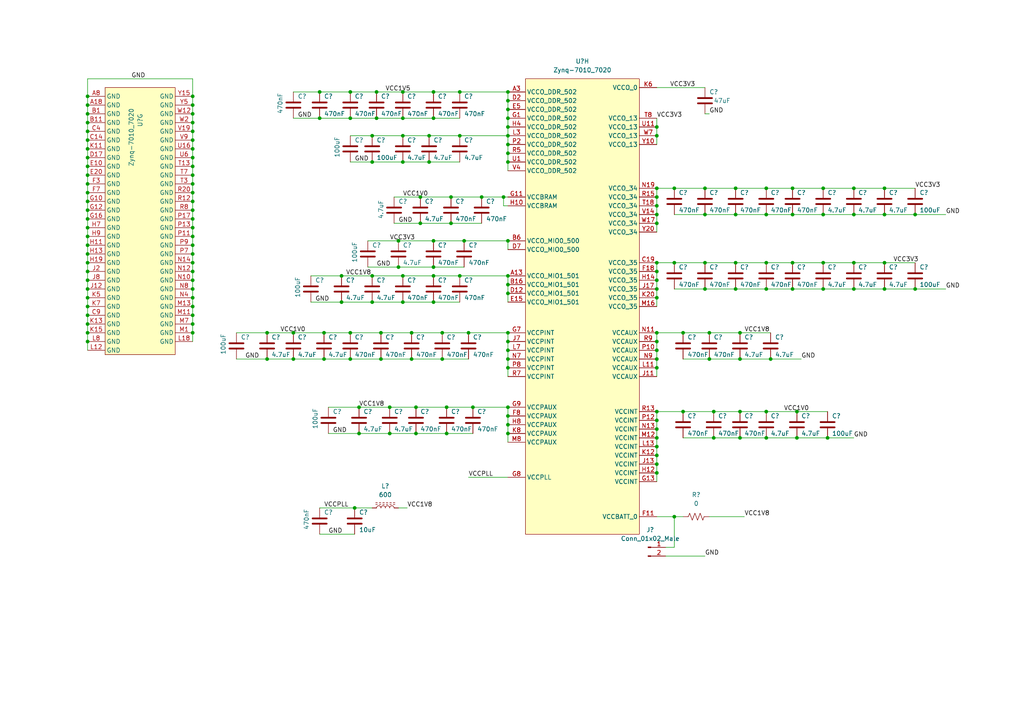
<source format=kicad_sch>
(kicad_sch (version 20211123) (generator eeschema)
  (paper "A4")
  (junction (at 25.4 48.26))
  (junction (at 190.5 134.62))
  (junction (at 25.4 50.8))
  (junction (at 55.88 71.12))
  (junction (at 147.32 120.65))
  (junction (at 190.5 119.38))
  (junction (at 120.65 125.73))
  (junction (at 198.12 119.38))
  (junction (at 238.76 83.82))
  (junction (at 147.32 101.6))
  (junction (at 55.88 50.8))
  (junction (at 190.5 76.2))
  (junction (at 25.4 78.74))
  (junction (at 265.43 83.82))
  (junction (at 147.32 82.55))
  (junction (at 85.09 96.52))
  (junction (at 147.32 36.83))
  (junction (at 222.25 54.61))
  (junction (at 213.36 76.2))
  (junction (at 25.4 30.48))
  (junction (at 25.4 96.52))
  (junction (at 204.47 54.61))
  (junction (at 190.5 104.14))
  (junction (at 85.09 104.14))
  (junction (at 190.5 106.68))
  (junction (at 222.25 119.38))
  (junction (at 190.5 127))
  (junction (at 190.5 137.16))
  (junction (at 55.88 63.5))
  (junction (at 240.03 127))
  (junction (at 147.32 41.91))
  (junction (at 101.6 26.67))
  (junction (at 190.5 78.74))
  (junction (at 55.88 58.42))
  (junction (at 25.4 91.44))
  (junction (at 190.5 57.15))
  (junction (at 147.32 106.68))
  (junction (at 125.73 80.01))
  (junction (at 147.32 29.21))
  (junction (at 147.32 26.67))
  (junction (at 129.54 125.73))
  (junction (at 147.32 99.06))
  (junction (at 190.5 54.61))
  (junction (at 110.49 96.52))
  (junction (at 214.63 127))
  (junction (at 205.74 104.14))
  (junction (at 195.58 76.2))
  (junction (at 133.35 39.37))
  (junction (at 198.12 96.52))
  (junction (at 125.73 34.29))
  (junction (at 133.35 80.01))
  (junction (at 121.92 64.77))
  (junction (at 146.05 57.15))
  (junction (at 104.14 118.11))
  (junction (at 109.22 34.29))
  (junction (at 147.32 31.75))
  (junction (at 135.89 96.52))
  (junction (at 204.47 76.2))
  (junction (at 77.47 96.52))
  (junction (at 207.01 127))
  (junction (at 238.76 76.2))
  (junction (at 190.5 99.06))
  (junction (at 147.32 123.19))
  (junction (at 190.5 96.52))
  (junction (at 55.88 88.9))
  (junction (at 128.27 96.52))
  (junction (at 116.84 26.67))
  (junction (at 129.54 118.11))
  (junction (at 25.4 58.42))
  (junction (at 121.92 57.15))
  (junction (at 238.76 62.23))
  (junction (at 222.25 83.82))
  (junction (at 124.46 39.37))
  (junction (at 133.35 26.67))
  (junction (at 104.14 125.73))
  (junction (at 55.88 78.74))
  (junction (at 93.98 104.14))
  (junction (at 222.25 127))
  (junction (at 125.73 26.67))
  (junction (at 231.14 127))
  (junction (at 190.5 39.37))
  (junction (at 25.4 38.1))
  (junction (at 147.32 125.73))
  (junction (at 116.84 34.29))
  (junction (at 247.65 54.61))
  (junction (at 55.88 38.1))
  (junction (at 101.6 104.14))
  (junction (at 107.95 39.37))
  (junction (at 116.84 87.63))
  (junction (at 147.32 85.09))
  (junction (at 55.88 60.96))
  (junction (at 101.6 96.52))
  (junction (at 265.43 62.23))
  (junction (at 190.5 121.92))
  (junction (at 190.5 36.83))
  (junction (at 119.38 96.52))
  (junction (at 55.88 93.98))
  (junction (at 190.5 86.36))
  (junction (at 134.62 69.85))
  (junction (at 55.88 43.18))
  (junction (at 190.5 83.82))
  (junction (at 190.5 132.08))
  (junction (at 231.14 119.38))
  (junction (at 229.87 83.82))
  (junction (at 55.88 76.2))
  (junction (at 229.87 54.61))
  (junction (at 229.87 76.2))
  (junction (at 25.4 73.66))
  (junction (at 116.84 39.37))
  (junction (at 25.4 60.96))
  (junction (at 125.73 87.63))
  (junction (at 113.03 118.11))
  (junction (at 247.65 62.23))
  (junction (at 25.4 45.72))
  (junction (at 120.65 118.11))
  (junction (at 147.32 39.37))
  (junction (at 116.84 46.99))
  (junction (at 55.88 40.64))
  (junction (at 55.88 96.52))
  (junction (at 55.88 33.02))
  (junction (at 207.01 119.38))
  (junction (at 147.32 118.11))
  (junction (at 25.4 40.64))
  (junction (at 25.4 53.34))
  (junction (at 55.88 48.26))
  (junction (at 147.32 46.99))
  (junction (at 25.4 63.5))
  (junction (at 25.4 93.98))
  (junction (at 205.74 96.52))
  (junction (at 213.36 83.82))
  (junction (at 25.4 55.88))
  (junction (at 55.88 27.94))
  (junction (at 25.4 43.18))
  (junction (at 229.87 62.23))
  (junction (at 213.36 62.23))
  (junction (at 190.5 124.46))
  (junction (at 55.88 68.58))
  (junction (at 25.4 99.06))
  (junction (at 124.46 46.99))
  (junction (at 25.4 86.36))
  (junction (at 190.5 59.69))
  (junction (at 107.95 80.01))
  (junction (at 25.4 83.82))
  (junction (at 222.25 76.2))
  (junction (at 115.57 69.85))
  (junction (at 190.5 64.77))
  (junction (at 102.87 147.32))
  (junction (at 101.6 34.29))
  (junction (at 115.57 77.47))
  (junction (at 55.88 55.88))
  (junction (at 55.88 30.48))
  (junction (at 55.88 83.82))
  (junction (at 147.32 69.85))
  (junction (at 55.88 45.72))
  (junction (at 55.88 81.28))
  (junction (at 92.71 34.29))
  (junction (at 190.5 81.28))
  (junction (at 147.32 104.14))
  (junction (at 190.5 129.54))
  (junction (at 147.32 80.01))
  (junction (at 130.81 57.15))
  (junction (at 93.98 96.52))
  (junction (at 113.03 125.73))
  (junction (at 25.4 27.94))
  (junction (at 190.5 62.23))
  (junction (at 147.32 34.29))
  (junction (at 214.63 96.52))
  (junction (at 55.88 91.44))
  (junction (at 214.63 119.38))
  (junction (at 25.4 71.12))
  (junction (at 25.4 81.28))
  (junction (at 147.32 44.45))
  (junction (at 99.06 80.01))
  (junction (at 137.16 118.11))
  (junction (at 147.32 96.52))
  (junction (at 109.22 26.67))
  (junction (at 256.54 62.23))
  (junction (at 55.88 53.34))
  (junction (at 107.95 87.63))
  (junction (at 25.4 68.58))
  (junction (at 139.7 57.15))
  (junction (at 25.4 76.2))
  (junction (at 195.58 54.61))
  (junction (at 190.5 101.6))
  (junction (at 256.54 54.61))
  (junction (at 55.88 73.66))
  (junction (at 77.47 104.14))
  (junction (at 238.76 54.61))
  (junction (at 223.52 104.14))
  (junction (at 25.4 33.02))
  (junction (at 195.58 149.86))
  (junction (at 55.88 35.56))
  (junction (at 119.38 104.14))
  (junction (at 247.65 76.2))
  (junction (at 256.54 76.2))
  (junction (at 25.4 35.56))
  (junction (at 256.54 83.82))
  (junction (at 247.65 83.82))
  (junction (at 55.88 86.36))
  (junction (at 125.73 69.85))
  (junction (at 204.47 83.82))
  (junction (at 107.95 46.99))
  (junction (at 213.36 54.61))
  (junction (at 99.06 87.63))
  (junction (at 25.4 88.9))
  (junction (at 214.63 104.14))
  (junction (at 55.88 66.04))
  (junction (at 25.4 66.04))
  (junction (at 92.71 26.67))
  (junction (at 130.81 64.77))
  (junction (at 110.49 104.14))
  (junction (at 116.84 80.01))
  (junction (at 125.73 77.47))
  (junction (at 204.47 62.23))
  (junction (at 222.25 62.23))
  (junction (at 128.27 104.14))
  (wire (pts (xy 55.88 50.8) (xy 55.88 53.34)))
  (wire (pts (xy 55.88 76.2) (xy 55.88 78.74)))
  (wire (pts (xy 190.5 149.86) (xy 195.58 149.86)))
  (wire (pts (xy 93.98 96.52) (xy 101.6 96.52)))
  (wire (pts (xy 190.5 62.23) (xy 190.5 64.77)))
  (wire (pts (xy 146.05 59.69) (xy 146.05 57.15)))
  (wire (pts (xy 25.4 60.96) (xy 25.4 63.5)))
  (wire (pts (xy 204.47 83.82) (xy 213.36 83.82)))
  (wire (pts (xy 120.65 118.11) (xy 129.54 118.11)))
  (wire (pts (xy 125.73 69.85) (xy 134.62 69.85)))
  (wire (pts (xy 119.38 104.14) (xy 128.27 104.14)))
  (wire (pts (xy 214.63 96.52) (xy 223.52 96.52)))
  (wire (pts (xy 238.76 54.61) (xy 247.65 54.61)))
  (wire (pts (xy 190.5 96.52) (xy 198.12 96.52)))
  (wire (pts (xy 110.49 104.14) (xy 119.38 104.14)))
  (wire (pts (xy 256.54 83.82) (xy 265.43 83.82)))
  (wire (pts (xy 213.36 54.61) (xy 222.25 54.61)))
  (wire (pts (xy 190.5 54.61) (xy 195.58 54.61)))
  (wire (pts (xy 125.73 80.01) (xy 133.35 80.01)))
  (wire (pts (xy 229.87 83.82) (xy 238.76 83.82)))
  (wire (pts (xy 90.17 87.63) (xy 99.06 87.63)))
  (wire (pts (xy 107.95 87.63) (xy 116.84 87.63)))
  (wire (pts (xy 190.5 124.46) (xy 190.5 127)))
  (wire (pts (xy 85.09 26.67) (xy 92.71 26.67)))
  (wire (pts (xy 85.09 34.29) (xy 92.71 34.29)))
  (wire (pts (xy 115.57 77.47) (xy 125.73 77.47)))
  (wire (pts (xy 139.7 57.15) (xy 146.05 57.15)))
  (wire (pts (xy 25.4 58.42) (xy 25.4 60.96)))
  (wire (pts (xy 229.87 62.23) (xy 238.76 62.23)))
  (wire (pts (xy 55.88 22.86) (xy 25.4 22.86)))
  (wire (pts (xy 130.81 64.77) (xy 139.7 64.77)))
  (wire (pts (xy 238.76 83.82) (xy 247.65 83.82)))
  (wire (pts (xy 190.5 101.6) (xy 190.5 104.14)))
  (wire (pts (xy 238.76 76.2) (xy 247.65 76.2)))
  (wire (pts (xy 147.32 128.27) (xy 147.32 125.73)))
  (wire (pts (xy 147.32 26.67) (xy 147.32 29.21)))
  (wire (pts (xy 55.88 53.34) (xy 55.88 55.88)))
  (wire (pts (xy 190.5 39.37) (xy 190.5 41.91)))
  (wire (pts (xy 55.88 33.02) (xy 55.88 35.56)))
  (wire (pts (xy 265.43 83.82) (xy 274.32 83.82)))
  (wire (pts (xy 85.09 96.52) (xy 93.98 96.52)))
  (wire (pts (xy 55.88 68.58) (xy 55.88 71.12)))
  (wire (pts (xy 147.32 85.09) (xy 147.32 87.63)))
  (wire (pts (xy 121.92 64.77) (xy 130.81 64.77)))
  (wire (pts (xy 147.32 69.85) (xy 147.32 72.39)))
  (wire (pts (xy 121.92 57.15) (xy 130.81 57.15)))
  (wire (pts (xy 195.58 149.86) (xy 198.12 149.86)))
  (wire (pts (xy 113.03 118.11) (xy 120.65 118.11)))
  (wire (pts (xy 55.88 22.86) (xy 55.88 27.94)))
  (wire (pts (xy 190.5 36.83) (xy 190.5 39.37)))
  (wire (pts (xy 198.12 127) (xy 207.01 127)))
  (wire (pts (xy 256.54 54.61) (xy 265.43 54.61)))
  (wire (pts (xy 222.25 119.38) (xy 231.14 119.38)))
  (wire (pts (xy 128.27 104.14) (xy 135.89 104.14)))
  (wire (pts (xy 205.74 149.86) (xy 215.9 149.86)))
  (wire (pts (xy 190.5 54.61) (xy 190.5 57.15)))
  (wire (pts (xy 25.4 33.02) (xy 25.4 35.56)))
  (wire (pts (xy 95.25 118.11) (xy 104.14 118.11)))
  (wire (pts (xy 129.54 125.73) (xy 137.16 125.73)))
  (wire (pts (xy 193.04 158.75) (xy 195.58 158.75)))
  (wire (pts (xy 256.54 62.23) (xy 265.43 62.23)))
  (wire (pts (xy 120.65 125.73) (xy 129.54 125.73)))
  (wire (pts (xy 99.06 80.01) (xy 107.95 80.01)))
  (wire (pts (xy 101.6 39.37) (xy 107.95 39.37)))
  (wire (pts (xy 55.88 96.52) (xy 55.88 99.06)))
  (wire (pts (xy 55.88 35.56) (xy 55.88 38.1)))
  (wire (pts (xy 114.3 57.15) (xy 121.92 57.15)))
  (wire (pts (xy 147.32 31.75) (xy 147.32 34.29)))
  (wire (pts (xy 25.4 53.34) (xy 25.4 55.88)))
  (wire (pts (xy 25.4 88.9) (xy 25.4 91.44)))
  (wire (pts (xy 125.73 26.67) (xy 133.35 26.67)))
  (wire (pts (xy 95.25 125.73) (xy 104.14 125.73)))
  (wire (pts (xy 25.4 50.8) (xy 25.4 53.34)))
  (wire (pts (xy 25.4 99.06) (xy 25.4 101.6)))
  (wire (pts (xy 107.95 39.37) (xy 116.84 39.37)))
  (wire (pts (xy 25.4 93.98) (xy 25.4 96.52)))
  (wire (pts (xy 190.5 96.52) (xy 190.5 99.06)))
  (wire (pts (xy 25.4 40.64) (xy 25.4 43.18)))
  (wire (pts (xy 147.32 80.01) (xy 147.32 82.55)))
  (wire (pts (xy 114.3 64.77) (xy 121.92 64.77)))
  (wire (pts (xy 137.16 118.11) (xy 147.32 118.11)))
  (wire (pts (xy 238.76 62.23) (xy 247.65 62.23)))
  (wire (pts (xy 205.74 96.52) (xy 214.63 96.52)))
  (wire (pts (xy 55.88 27.94) (xy 55.88 30.48)))
  (wire (pts (xy 25.4 63.5) (xy 25.4 66.04)))
  (wire (pts (xy 92.71 147.32) (xy 102.87 147.32)))
  (wire (pts (xy 247.65 83.82) (xy 256.54 83.82)))
  (wire (pts (xy 25.4 38.1) (xy 25.4 40.64)))
  (wire (pts (xy 265.43 62.23) (xy 274.32 62.23)))
  (wire (pts (xy 25.4 71.12) (xy 25.4 73.66)))
  (wire (pts (xy 25.4 55.88) (xy 25.4 58.42)))
  (wire (pts (xy 25.4 35.56) (xy 25.4 38.1)))
  (wire (pts (xy 147.32 99.06) (xy 147.32 101.6)))
  (wire (pts (xy 231.14 119.38) (xy 240.03 119.38)))
  (wire (pts (xy 190.5 132.08) (xy 190.5 134.62)))
  (wire (pts (xy 55.88 45.72) (xy 55.88 48.26)))
  (wire (pts (xy 55.88 88.9) (xy 55.88 91.44)))
  (wire (pts (xy 25.4 48.26) (xy 25.4 50.8)))
  (wire (pts (xy 55.88 55.88) (xy 55.88 58.42)))
  (wire (pts (xy 25.4 96.52) (xy 25.4 99.06)))
  (wire (pts (xy 214.63 104.14) (xy 223.52 104.14)))
  (wire (pts (xy 190.5 121.92) (xy 190.5 124.46)))
  (wire (pts (xy 190.5 64.77) (xy 190.5 67.31)))
  (wire (pts (xy 102.87 147.32) (xy 107.95 147.32)))
  (wire (pts (xy 124.46 46.99) (xy 133.35 46.99)))
  (wire (pts (xy 147.32 82.55) (xy 147.32 85.09)))
  (wire (pts (xy 116.84 87.63) (xy 125.73 87.63)))
  (wire (pts (xy 25.4 27.94) (xy 25.4 30.48)))
  (wire (pts (xy 55.88 43.18) (xy 55.88 45.72)))
  (wire (pts (xy 25.4 66.04) (xy 25.4 68.58)))
  (wire (pts (xy 147.32 46.99) (xy 147.32 49.53)))
  (wire (pts (xy 190.5 99.06) (xy 190.5 101.6)))
  (wire (pts (xy 130.81 57.15) (xy 139.7 57.15)))
  (wire (pts (xy 93.98 104.14) (xy 101.6 104.14)))
  (wire (pts (xy 205.74 33.02) (xy 204.47 33.02)))
  (wire (pts (xy 222.25 62.23) (xy 229.87 62.23)))
  (wire (pts (xy 77.47 96.52) (xy 85.09 96.52)))
  (wire (pts (xy 25.4 86.36) (xy 25.4 88.9)))
  (wire (pts (xy 195.58 76.2) (xy 204.47 76.2)))
  (wire (pts (xy 92.71 34.29) (xy 101.6 34.29)))
  (wire (pts (xy 247.65 54.61) (xy 256.54 54.61)))
  (wire (pts (xy 147.32 120.65) (xy 147.32 118.11)))
  (wire (pts (xy 25.4 22.86) (xy 25.4 27.94)))
  (wire (pts (xy 205.74 104.14) (xy 214.63 104.14)))
  (wire (pts (xy 55.88 60.96) (xy 55.88 63.5)))
  (wire (pts (xy 55.88 78.74) (xy 55.88 81.28)))
  (wire (pts (xy 147.32 106.68) (xy 147.32 109.22)))
  (wire (pts (xy 195.58 62.23) (xy 204.47 62.23)))
  (wire (pts (xy 110.49 96.52) (xy 119.38 96.52)))
  (wire (pts (xy 109.22 26.67) (xy 116.84 26.67)))
  (wire (pts (xy 68.58 104.14) (xy 77.47 104.14)))
  (wire (pts (xy 99.06 87.63) (xy 107.95 87.63)))
  (wire (pts (xy 190.5 81.28) (xy 190.5 78.74)))
  (wire (pts (xy 204.47 62.23) (xy 213.36 62.23)))
  (wire (pts (xy 115.57 69.85) (xy 125.73 69.85)))
  (wire (pts (xy 137.16 118.11) (xy 129.54 118.11)))
  (wire (pts (xy 190.5 104.14) (xy 190.5 106.68)))
  (wire (pts (xy 109.22 34.29) (xy 116.84 34.29)))
  (wire (pts (xy 68.58 96.52) (xy 77.47 96.52)))
  (wire (pts (xy 92.71 154.94) (xy 102.87 154.94)))
  (wire (pts (xy 198.12 96.52) (xy 205.74 96.52)))
  (wire (pts (xy 101.6 46.99) (xy 107.95 46.99)))
  (wire (pts (xy 190.5 59.69) (xy 190.5 62.23)))
  (wire (pts (xy 55.88 63.5) (xy 55.88 66.04)))
  (wire (pts (xy 25.4 45.72) (xy 25.4 48.26)))
  (wire (pts (xy 55.88 66.04) (xy 55.88 68.58)))
  (wire (pts (xy 116.84 46.99) (xy 124.46 46.99)))
  (wire (pts (xy 55.88 58.42) (xy 55.88 60.96)))
  (wire (pts (xy 55.88 86.36) (xy 55.88 88.9)))
  (wire (pts (xy 146.05 57.15) (xy 147.32 57.15)))
  (wire (pts (xy 25.4 76.2) (xy 25.4 78.74)))
  (wire (pts (xy 190.5 134.62) (xy 190.5 137.16)))
  (wire (pts (xy 190.5 86.36) (xy 190.5 83.82)))
  (wire (pts (xy 25.4 78.74) (xy 25.4 81.28)))
  (wire (pts (xy 107.95 80.01) (xy 116.84 80.01)))
  (wire (pts (xy 229.87 54.61) (xy 238.76 54.61)))
  (wire (pts (xy 101.6 34.29) (xy 109.22 34.29)))
  (wire (pts (xy 147.32 123.19) (xy 147.32 125.73)))
  (wire (pts (xy 133.35 80.01) (xy 147.32 80.01)))
  (wire (pts (xy 115.57 147.32) (xy 118.11 147.32)))
  (wire (pts (xy 77.47 104.14) (xy 85.09 104.14)))
  (wire (pts (xy 101.6 26.67) (xy 109.22 26.67)))
  (wire (pts (xy 113.03 125.73) (xy 120.65 125.73)))
  (wire (pts (xy 190.5 127) (xy 190.5 129.54)))
  (wire (pts (xy 25.4 83.82) (xy 25.4 86.36)))
  (wire (pts (xy 147.32 96.52) (xy 147.32 99.06)))
  (wire (pts (xy 147.32 36.83) (xy 147.32 39.37)))
  (wire (pts (xy 190.5 25.4) (xy 204.47 25.4)))
  (wire (pts (xy 92.71 26.67) (xy 101.6 26.67)))
  (wire (pts (xy 135.89 96.52) (xy 147.32 96.52)))
  (wire (pts (xy 25.4 68.58) (xy 25.4 71.12)))
  (wire (pts (xy 25.4 30.48) (xy 25.4 33.02)))
  (wire (pts (xy 190.5 83.82) (xy 190.5 81.28)))
  (wire (pts (xy 222.25 76.2) (xy 229.87 76.2)))
  (wire (pts (xy 222.25 54.61) (xy 229.87 54.61)))
  (wire (pts (xy 247.65 127) (xy 240.03 127)))
  (wire (pts (xy 116.84 39.37) (xy 124.46 39.37)))
  (wire (pts (xy 25.4 91.44) (xy 25.4 93.98)))
  (wire (pts (xy 204.47 76.2) (xy 213.36 76.2)))
  (wire (pts (xy 55.88 48.26) (xy 55.88 50.8)))
  (wire (pts (xy 55.88 71.12) (xy 55.88 73.66)))
  (wire (pts (xy 55.88 30.48) (xy 55.88 33.02)))
  (wire (pts (xy 190.5 34.29) (xy 190.5 36.83)))
  (wire (pts (xy 214.63 127) (xy 222.25 127)))
  (wire (pts (xy 55.88 93.98) (xy 55.88 96.52)))
  (wire (pts (xy 195.58 158.75) (xy 195.58 149.86)))
  (wire (pts (xy 147.32 59.69) (xy 146.05 59.69)))
  (wire (pts (xy 190.5 57.15) (xy 190.5 59.69)))
  (wire (pts (xy 190.5 76.2) (xy 195.58 76.2)))
  (wire (pts (xy 101.6 96.52) (xy 110.49 96.52)))
  (wire (pts (xy 198.12 119.38) (xy 207.01 119.38)))
  (wire (pts (xy 147.32 44.45) (xy 147.32 46.99)))
  (wire (pts (xy 55.88 40.64) (xy 55.88 43.18)))
  (wire (pts (xy 222.25 127) (xy 231.14 127)))
  (wire (pts (xy 107.95 46.99) (xy 116.84 46.99)))
  (wire (pts (xy 25.4 81.28) (xy 25.4 83.82)))
  (wire (pts (xy 85.09 104.14) (xy 93.98 104.14)))
  (wire (pts (xy 190.5 129.54) (xy 190.5 132.08)))
  (wire (pts (xy 147.32 39.37) (xy 147.32 41.91)))
  (wire (pts (xy 116.84 26.67) (xy 125.73 26.67)))
  (wire (pts (xy 135.89 138.43) (xy 147.32 138.43)))
  (wire (pts (xy 133.35 39.37) (xy 147.32 39.37)))
  (wire (pts (xy 198.12 104.14) (xy 205.74 104.14)))
  (wire (pts (xy 125.73 34.29) (xy 133.35 34.29)))
  (wire (pts (xy 229.87 76.2) (xy 238.76 76.2)))
  (wire (pts (xy 147.32 104.14) (xy 147.32 106.68)))
  (wire (pts (xy 247.65 76.2) (xy 256.54 76.2)))
  (wire (pts (xy 213.36 62.23) (xy 222.25 62.23)))
  (wire (pts (xy 147.32 29.21) (xy 147.32 31.75)))
  (wire (pts (xy 101.6 104.14) (xy 110.49 104.14)))
  (wire (pts (xy 90.17 80.01) (xy 99.06 80.01)))
  (wire (pts (xy 25.4 73.66) (xy 25.4 76.2)))
  (wire (pts (xy 133.35 26.67) (xy 147.32 26.67)))
  (wire (pts (xy 55.88 73.66) (xy 55.88 76.2)))
  (wire (pts (xy 134.62 69.85) (xy 147.32 69.85)))
  (wire (pts (xy 147.32 123.19) (xy 147.32 120.65)))
  (wire (pts (xy 207.01 127) (xy 214.63 127)))
  (wire (pts (xy 119.38 96.52) (xy 128.27 96.52)))
  (wire (pts (xy 256.54 76.2) (xy 265.43 76.2)))
  (wire (pts (xy 214.63 119.38) (xy 222.25 119.38)))
  (wire (pts (xy 190.5 119.38) (xy 190.5 121.92)))
  (wire (pts (xy 55.88 91.44) (xy 55.88 93.98)))
  (wire (pts (xy 106.68 69.85) (xy 115.57 69.85)))
  (wire (pts (xy 55.88 83.82) (xy 55.88 86.36)))
  (wire (pts (xy 25.4 43.18) (xy 25.4 45.72)))
  (wire (pts (xy 104.14 118.11) (xy 113.03 118.11)))
  (wire (pts (xy 116.84 80.01) (xy 125.73 80.01)))
  (wire (pts (xy 247.65 62.23) (xy 256.54 62.23)))
  (wire (pts (xy 190.5 106.68) (xy 190.5 109.22)))
  (wire (pts (xy 193.04 161.29) (xy 204.47 161.29)))
  (wire (pts (xy 116.84 34.29) (xy 125.73 34.29)))
  (wire (pts (xy 213.36 83.82) (xy 222.25 83.82)))
  (wire (pts (xy 124.46 39.37) (xy 133.35 39.37)))
  (wire (pts (xy 213.36 76.2) (xy 222.25 76.2)))
  (wire (pts (xy 104.14 125.73) (xy 113.03 125.73)))
  (wire (pts (xy 207.01 119.38) (xy 214.63 119.38)))
  (wire (pts (xy 190.5 78.74) (xy 190.5 76.2)))
  (wire (pts (xy 223.52 104.14) (xy 232.41 104.14)))
  (wire (pts (xy 125.73 87.63) (xy 133.35 87.63)))
  (wire (pts (xy 190.5 119.38) (xy 198.12 119.38)))
  (wire (pts (xy 55.88 81.28) (xy 55.88 83.82)))
  (wire (pts (xy 195.58 54.61) (xy 204.47 54.61)))
  (wire (pts (xy 190.5 88.9) (xy 190.5 86.36)))
  (wire (pts (xy 231.14 127) (xy 240.03 127)))
  (wire (pts (xy 128.27 96.52) (xy 135.89 96.52)))
  (wire (pts (xy 147.32 101.6) (xy 147.32 104.14)))
  (wire (pts (xy 125.73 77.47) (xy 134.62 77.47)))
  (wire (pts (xy 147.32 41.91) (xy 147.32 44.45)))
  (wire (pts (xy 204.47 54.61) (xy 213.36 54.61)))
  (wire (pts (xy 55.88 38.1) (xy 55.88 40.64)))
  (wire (pts (xy 195.58 83.82) (xy 204.47 83.82)))
  (wire (pts (xy 222.25 83.82) (xy 229.87 83.82)))
  (wire (pts (xy 147.32 34.29) (xy 147.32 36.83)))
  (wire (pts (xy 106.68 77.47) (xy 115.57 77.47)))
  (wire (pts (xy 190.5 137.16) (xy 190.5 139.7)))
  (label "VCC3V3" (at 265.43 54.61 0))
  (label "GND" (at 204.47 161.29 0))
  (label "VCC1V8" (at 100.33 80.01 0))
  (label "GND" (at 247.65 127 0))
  (label "VCC3V3" (at 113.03 69.85 0))
  (label "GND" (at 38.1 22.86 0))
  (label "VCC1V8" (at 215.9 96.52 0))
  (label "GND" (at 205.74 33.02 0))
  (label "GND" (at 274.32 62.23 0))
  (label "VCC1V5" (at 111.76 26.67 0))
  (label "VCC1V0" (at 116.84 57.15 0))
  (label "VCC1V8" (at 104.14 118.11 0))
  (label "GND" (at 102.87 46.99 0))
  (label "GND" (at 232.41 104.14 0))
  (label "VCC1V0" (at 81.28 96.52 0))
  (label "GND" (at 96.52 125.73 0))
  (label "VCC1V8" (at 215.9 149.86 0))
  (label "GND" (at 91.44 87.63 0))
  (label "VCC1V0" (at 227.33 119.38 0))
  (label "VCCPLL" (at 93.98 147.32 0))
  (label "GND" (at 86.36 34.29 0))
  (label "GND" (at 71.12 104.14 0))
  (label "GND" (at 95.25 154.94 0))
  (label "VCC3V3" (at 194.31 25.4 0))
  (label "GND" (at 115.57 64.77 0))
  (label "VCC3V3" (at 190.5 34.29 0))
  (label "GND" (at 109.22 77.47 0))
  (label "GND" (at 274.32 83.82 0))
  (label "VCC3V3" (at 259.08 76.2 0))
  (label "VCC1V8" (at 118.11 147.32 0))
  (label "VCCPLL" (at 135.89 138.43 0))
  (symbol (lib_id "Device:C") (at 133.35 30.48 0) (unit 1)
    (property "Reference" "C?" (at 134.62 27.94 0) (effects (justify left)))
    (property "Value" "470nF" (at 134.62 33.02 0) (effects (justify left)))
  )
  (symbol (lib_id "Device:C") (at 109.22 30.48 0) (unit 1)
    (property "Reference" "C?" (at 110.49 27.94 0) (effects (justify left)))
    (property "Value" "470nF" (at 110.49 33.02 0) (effects (justify left)))
  )
  (symbol (lib_id "Device:C") (at 120.65 121.92 0) (unit 1)
    (property "Reference" "C?" (at 121.92 119.38 0) (effects (justify left)))
    (property "Value" "470nF" (at 121.92 124.46 0) (effects (justify left)))
  )
  (symbol (lib_id "Device:C") (at 229.87 80.01 0) (unit 1)
    (property "Reference" "C?" (at 231.14 77.47 0) (effects (justify left)))
    (property "Value" "470nF" (at 231.14 82.55 0) (effects (justify left)))
  )
  (symbol (lib_id "Device:C") (at 110.49 100.33 0) (unit 1)
    (property "Reference" "C?" (at 111.76 97.79 0) (effects (justify left)))
    (property "Value" "470nF" (at 111.76 102.87 0) (effects (justify left)))
  )
  (symbol (lib_id "Device:C") (at 104.14 121.92 0) (unit 1)
    (property "Reference" "C?" (at 105.41 119.38 0) (effects (justify left)))
    (property "Value" "4.7uF" (at 105.41 124.46 0) (effects (justify left)))
  )
  (symbol (lib_id "Device:C") (at 137.16 121.92 0) (unit 1)
    (property "Reference" "C?" (at 138.43 119.38 0) (effects (justify left)))
    (property "Value" "470nF" (at 138.43 124.46 0) (effects (justify left)))
  )
  (symbol (lib_id "Device:C") (at 68.58 100.33 0) (unit 1)
    (property "Reference" "C?" (at 69.85 97.79 0) (effects (justify left)))
    (property "Value" "100uF" (at 64.77 102.87 90) (effects (justify left)))
  )
  (symbol (lib_id "Device:C") (at 229.87 58.42 0) (unit 1)
    (property "Reference" "C?" (at 231.14 55.88 0) (effects (justify left)))
    (property "Value" "470nF" (at 231.14 60.96 0) (effects (justify left)))
  )
  (symbol (lib_id "Connector:Conn_01x02_Male") (at 187.96 158.75 0) (unit 1)
    (property "Reference" "J?" (at 188.595 153.67 0))
    (property "Value" "Conn_01x02_Male" (at 188.595 156.21 0))
  )
  (symbol (lib_id "Device:C") (at 121.92 60.96 0) (unit 1)
    (property "Reference" "C?" (at 123.19 58.42 0) (effects (justify left)))
    (property "Value" "4.7uF" (at 123.19 63.5 0) (effects (justify left)))
  )
  (symbol (lib_id "Device:C") (at 204.47 80.01 0) (unit 1)
    (property "Reference" "C?" (at 205.74 77.47 0) (effects (justify left)))
    (property "Value" "470nF" (at 205.74 82.55 0) (effects (justify left)))
  )
  (symbol (lib_id "Device:C") (at 265.43 58.42 0) (unit 1)
    (property "Reference" "C?" (at 266.7 55.88 0) (effects (justify left)))
    (property "Value" "100uF" (at 266.7 60.96 0) (effects (justify left)))
  )
  (symbol (lib_id "Device:C") (at 129.54 121.92 0) (unit 1)
    (property "Reference" "C?" (at 130.81 119.38 0) (effects (justify left)))
    (property "Value" "470nF" (at 130.81 124.46 0) (effects (justify left)))
  )
  (symbol (lib_id "Zynq7000:Zynq-7010_7020") (at 166.37 20.32 0) (unit 8)
    (property "Reference" "U?" (at 168.91 17.78 0))
    (property "Value" "Zynq-7010_7020" (at 168.91 20.32 0))
  )
  (symbol (lib_id "Device:C") (at 124.46 43.18 0) (unit 1)
    (property "Reference" "C?" (at 125.73 40.64 0) (effects (justify left)))
    (property "Value" "4.7uF" (at 125.73 45.72 0) (effects (justify left)))
  )
  (symbol (lib_id "Device:C") (at 95.25 121.92 0) (unit 1)
    (property "Reference" "C?" (at 96.52 119.38 0) (effects (justify left)))
    (property "Value" "100uF" (at 91.44 124.46 90) (effects (justify left)))
  )
  (symbol (lib_id "Device:C") (at 204.47 29.21 0) (unit 1)
    (property "Reference" "C?" (at 205.74 26.67 0) (effects (justify left)))
    (property "Value" "47uF" (at 207.01 29.21 0) (effects (justify left)))
  )
  (symbol (lib_id "Device:C") (at 240.03 123.19 0) (unit 1)
    (property "Reference" "C?" (at 241.3 120.65 0) (effects (justify left)))
    (property "Value" "100uF" (at 241.3 125.73 0) (effects (justify left)))
  )
  (symbol (lib_id "Device:C") (at 85.09 30.48 0) (unit 1)
    (property "Reference" "C?" (at 86.36 27.94 0) (effects (justify left)))
    (property "Value" "470nF" (at 81.28 33.02 90) (effects (justify left)))
  )
  (symbol (lib_id "Device:C") (at 265.43 80.01 0) (unit 1)
    (property "Reference" "C?" (at 266.7 77.47 0) (effects (justify left)))
    (property "Value" "100uF" (at 266.7 82.55 0) (effects (justify left)))
  )
  (symbol (lib_id "Device:C") (at 133.35 83.82 0) (unit 1)
    (property "Reference" "C?" (at 134.62 81.28 0) (effects (justify left)))
    (property "Value" "470nF" (at 134.62 86.36 0) (effects (justify left)))
  )
  (symbol (lib_id "Device:C") (at 125.73 83.82 0) (unit 1)
    (property "Reference" "C?" (at 127 81.28 0) (effects (justify left)))
    (property "Value" "470nF" (at 127 86.36 0) (effects (justify left)))
  )
  (symbol (lib_id "Device:C") (at 93.98 100.33 0) (unit 1)
    (property "Reference" "C?" (at 95.25 97.79 0) (effects (justify left)))
    (property "Value" "4.7uF" (at 95.25 102.87 0) (effects (justify left)))
  )
  (symbol (lib_id "Device:C") (at 119.38 100.33 0) (unit 1)
    (property "Reference" "C?" (at 120.65 97.79 0) (effects (justify left)))
    (property "Value" "470nF" (at 120.65 102.87 0) (effects (justify left)))
  )
  (symbol (lib_id "Device:C") (at 231.14 123.19 0) (unit 1)
    (property "Reference" "C?" (at 232.41 120.65 0) (effects (justify left)))
    (property "Value" "4.7uF" (at 232.41 125.73 0) (effects (justify left)))
  )
  (symbol (lib_id "Device:C") (at 107.95 43.18 0) (unit 1)
    (property "Reference" "C?" (at 109.22 40.64 0) (effects (justify left)))
    (property "Value" "100uF" (at 109.22 45.72 0) (effects (justify left)))
  )
  (symbol (lib_id "Device:C") (at 204.47 58.42 0) (unit 1)
    (property "Reference" "C?" (at 205.74 55.88 0) (effects (justify left)))
    (property "Value" "470nF" (at 205.74 60.96 0) (effects (justify left)))
  )
  (symbol (lib_id "Device:C") (at 195.58 58.42 0) (unit 1)
    (property "Reference" "C?" (at 196.85 55.88 0) (effects (justify left)))
    (property "Value" "470nF" (at 196.85 60.96 0) (effects (justify left)))
  )
  (symbol (lib_id "Device:C") (at 207.01 123.19 0) (unit 1)
    (property "Reference" "C?" (at 208.28 120.65 0) (effects (justify left)))
    (property "Value" "470nF" (at 208.28 125.73 0) (effects (justify left)))
  )
  (symbol (lib_id "Device:C") (at 125.73 30.48 0) (unit 1)
    (property "Reference" "C?" (at 127 27.94 0) (effects (justify left)))
    (property "Value" "470nF" (at 127 33.02 0) (effects (justify left)))
  )
  (symbol (lib_id "Device:C") (at 213.36 58.42 0) (unit 1)
    (property "Reference" "C?" (at 214.63 55.88 0) (effects (justify left)))
    (property "Value" "470nF" (at 214.63 60.96 0) (effects (justify left)))
  )
  (symbol (lib_id "Device:C") (at 99.06 83.82 0) (unit 1)
    (property "Reference" "C?" (at 100.33 81.28 0) (effects (justify left)))
    (property "Value" "4.7uF" (at 100.33 86.36 0) (effects (justify left)))
  )
  (symbol (lib_id "Device:C") (at 238.76 80.01 0) (unit 1)
    (property "Reference" "C?" (at 240.03 77.47 0) (effects (justify left)))
    (property "Value" "4.7uF" (at 240.03 82.55 0) (effects (justify left)))
  )
  (symbol (lib_id "Device:C") (at 113.03 121.92 0) (unit 1)
    (property "Reference" "C?" (at 114.3 119.38 0) (effects (justify left)))
    (property "Value" "4.7uF" (at 114.3 124.46 0) (effects (justify left)))
  )
  (symbol (lib_id "Device:C") (at 101.6 30.48 0) (unit 1)
    (property "Reference" "C?" (at 102.87 27.94 0) (effects (justify left)))
    (property "Value" "470nF" (at 102.87 33.02 0) (effects (justify left)))
  )
  (symbol (lib_id "Device:C") (at 133.35 43.18 0) (unit 1)
    (property "Reference" "C?" (at 134.62 40.64 0) (effects (justify left)))
    (property "Value" "4.7uF" (at 134.62 45.72 0) (effects (justify left)))
  )
  (symbol (lib_id "Device:C") (at 102.87 151.13 0) (unit 1)
    (property "Reference" "C?" (at 104.14 148.59 0) (effects (justify left)))
    (property "Value" "10uF" (at 104.14 153.67 0) (effects (justify left)))
  )
  (symbol (lib_id "Device:C") (at 213.36 80.01 0) (unit 1)
    (property "Reference" "C?" (at 214.63 77.47 0) (effects (justify left)))
    (property "Value" "470nF" (at 214.63 82.55 0) (effects (justify left)))
  )
  (symbol (lib_id "Device:C") (at 222.25 80.01 0) (unit 1)
    (property "Reference" "C?" (at 223.52 77.47 0) (effects (justify left)))
    (property "Value" "470nF" (at 223.52 82.55 0) (effects (justify left)))
  )
  (symbol (lib_id "Device:C") (at 77.47 100.33 0) (unit 1)
    (property "Reference" "C?" (at 78.74 97.79 0) (effects (justify left)))
    (property "Value" "4.7uF" (at 78.74 102.87 0) (effects (justify left)))
  )
  (symbol (lib_id "Device:C") (at 205.74 100.33 0) (unit 1)
    (property "Reference" "C?" (at 207.01 97.79 0) (effects (justify left)))
    (property "Value" "470nF" (at 207.01 102.87 0) (effects (justify left)))
  )
  (symbol (lib_id "Device:C") (at 92.71 151.13 0) (unit 1)
    (property "Reference" "C?" (at 93.98 148.59 0) (effects (justify left)))
    (property "Value" "470nF" (at 88.9 153.67 90) (effects (justify left)))
  )
  (symbol (lib_id "Device:C") (at 107.95 83.82 0) (unit 1)
    (property "Reference" "C?" (at 109.22 81.28 0) (effects (justify left)))
    (property "Value" "4.7uF" (at 109.22 86.36 0) (effects (justify left)))
  )
  (symbol (lib_id "Zynq7000:Zynq-7010_7020") (at 39.37 22.86 0) (unit 7)
    (property "Reference" "U?" (at 40.64 36.83 90) (effects (justify left)))
    (property "Value" "Zynq-7010_7020" (at 38.1 48.26 90) (effects (justify left)))
  )
  (symbol (lib_id "Device:C") (at 247.65 58.42 0) (unit 1)
    (property "Reference" "C?" (at 248.92 55.88 0) (effects (justify left)))
    (property "Value" "4.7uF" (at 248.92 60.96 0) (effects (justify left)))
  )
  (symbol (lib_id "Device:C") (at 134.62 73.66 0) (unit 1)
    (property "Reference" "C?" (at 135.89 71.12 0) (effects (justify left)))
    (property "Value" "470nF" (at 135.89 76.2 0) (effects (justify left)))
  )
  (symbol (lib_id "Device:C") (at 125.73 73.66 0) (unit 1)
    (property "Reference" "C?" (at 127 71.12 0) (effects (justify left)))
    (property "Value" "470nF" (at 127 76.2 0) (effects (justify left)))
  )
  (symbol (lib_id "Device:C") (at 256.54 58.42 0) (unit 1)
    (property "Reference" "C?" (at 257.81 55.88 0) (effects (justify left)))
    (property "Value" "4.7uF" (at 257.81 60.96 0) (effects (justify left)))
  )
  (symbol (lib_id "Device:C") (at 114.3 60.96 0) (unit 1)
    (property "Reference" "C?" (at 115.57 58.42 0) (effects (justify left)))
    (property "Value" "4.7uF" (at 110.49 63.5 90) (effects (justify left)))
  )
  (symbol (lib_id "Device:C") (at 247.65 80.01 0) (unit 1)
    (property "Reference" "C?" (at 248.92 77.47 0) (effects (justify left)))
    (property "Value" "4.7uF" (at 248.92 82.55 0) (effects (justify left)))
  )
  (symbol (lib_id "Device:C") (at 116.84 83.82 0) (unit 1)
    (property "Reference" "C?" (at 118.11 81.28 0) (effects (justify left)))
    (property "Value" "470nF" (at 118.11 86.36 0) (effects (justify left)))
  )
  (symbol (lib_id "Device:C") (at 198.12 123.19 0) (unit 1)
    (property "Reference" "C?" (at 199.39 120.65 0) (effects (justify left)))
    (property "Value" "470nF" (at 199.39 125.73 0) (effects (justify left)))
  )
  (symbol (lib_id "Device:C") (at 128.27 100.33 0) (unit 1)
    (property "Reference" "C?" (at 129.54 97.79 0) (effects (justify left)))
    (property "Value" "470nF" (at 129.54 102.87 0) (effects (justify left)))
  )
  (symbol (lib_id "Device:C") (at 116.84 30.48 0) (unit 1)
    (property "Reference" "C?" (at 118.11 27.94 0) (effects (justify left)))
    (property "Value" "470nF" (at 118.11 33.02 0) (effects (justify left)))
  )
  (symbol (lib_id "Device:C") (at 222.25 123.19 0) (unit 1)
    (property "Reference" "C?" (at 223.52 120.65 0) (effects (justify left)))
    (property "Value" "4.7uF" (at 223.52 125.73 0) (effects (justify left)))
  )
  (symbol (lib_id "Device:C") (at 106.68 73.66 0) (unit 1)
    (property "Reference" "C?" (at 107.95 71.12 0) (effects (justify left)))
    (property "Value" "100uF" (at 102.87 76.2 90) (effects (justify left)))
  )
  (symbol (lib_id "Device:C") (at 92.71 30.48 0) (unit 1)
    (property "Reference" "C?" (at 93.98 27.94 0) (effects (justify left)))
    (property "Value" "470nF" (at 93.98 33.02 0) (effects (justify left)))
  )
  (symbol (lib_id "Device:L_Ferrite") (at 111.76 147.32 90) (unit 1)
    (property "Reference" "L?" (at 111.76 140.97 90))
    (property "Value" "600" (at 111.76 143.51 90))
  )
  (symbol (lib_id "Device:C") (at 214.63 123.19 0) (unit 1)
    (property "Reference" "C?" (at 215.9 120.65 0) (effects (justify left)))
    (property "Value" "470nF" (at 215.9 125.73 0) (effects (justify left)))
  )
  (symbol (lib_id "Device:C") (at 139.7 60.96 0) (unit 1)
    (property "Reference" "C?" (at 140.97 58.42 0) (effects (justify left)))
    (property "Value" "470nF" (at 140.97 63.5 0) (effects (justify left)))
  )
  (symbol (lib_id "Device:C") (at 238.76 58.42 0) (unit 1)
    (property "Reference" "C?" (at 240.03 55.88 0) (effects (justify left)))
    (property "Value" "4.7uF" (at 240.03 60.96 0) (effects (justify left)))
  )
  (symbol (lib_id "Device:C") (at 214.63 100.33 0) (unit 1)
    (property "Reference" "C?" (at 215.9 97.79 0) (effects (justify left)))
    (property "Value" "4.7uF" (at 215.9 102.87 0) (effects (justify left)))
  )
  (symbol (lib_id "Device:C") (at 195.58 80.01 0) (unit 1)
    (property "Reference" "C?" (at 196.85 77.47 0) (effects (justify left)))
    (property "Value" "470nF" (at 196.85 82.55 0) (effects (justify left)))
  )
  (symbol (lib_id "Device:C") (at 115.57 73.66 0) (unit 1)
    (property "Reference" "C?" (at 116.84 71.12 0) (effects (justify left)))
    (property "Value" "4.7uF" (at 116.84 76.2 0) (effects (justify left)))
  )
  (symbol (lib_id "Device:C") (at 222.25 58.42 0) (unit 1)
    (property "Reference" "C?" (at 223.52 55.88 0) (effects (justify left)))
    (property "Value" "470nF" (at 223.52 60.96 0) (effects (justify left)))
  )
  (symbol (lib_id "Device:C") (at 130.81 60.96 0) (unit 1)
    (property "Reference" "C?" (at 132.08 58.42 0) (effects (justify left)))
    (property "Value" "470nF" (at 132.08 63.5 0) (effects (justify left)))
  )
  (symbol (lib_id "Device:R_US") (at 201.93 149.86 90) (unit 1)
    (property "Reference" "R?" (at 201.93 143.51 90))
    (property "Value" "0" (at 201.93 146.05 90))
  )
  (symbol (lib_id "Device:C") (at 85.09 100.33 0) (unit 1)
    (property "Reference" "C?" (at 86.36 97.79 0) (effects (justify left)))
    (property "Value" "4.7uF" (at 86.36 102.87 0) (effects (justify left)))
  )
  (symbol (lib_id "Device:C") (at 90.17 83.82 0) (unit 1)
    (property "Reference" "C?" (at 91.44 81.28 0) (effects (justify left)))
    (property "Value" "100uF" (at 86.36 86.36 90) (effects (justify left)))
  )
  (symbol (lib_id "Device:C") (at 198.12 100.33 0) (unit 1)
    (property "Reference" "C?" (at 199.39 97.79 0) (effects (justify left)))
    (property "Value" "470nF" (at 199.39 102.87 0) (effects (justify left)))
  )
  (symbol (lib_id "Device:C") (at 256.54 80.01 0) (unit 1)
    (property "Reference" "C?" (at 257.81 77.47 0) (effects (justify left)))
    (property "Value" "4.7uF" (at 257.81 82.55 0) (effects (justify left)))
  )
  (symbol (lib_id "Device:C") (at 223.52 100.33 0) (unit 1)
    (property "Reference" "C?" (at 224.79 97.79 0) (effects (justify left)))
    (property "Value" "4.7uF" (at 224.79 102.87 0) (effects (justify left)))
  )
  (symbol (lib_id "Device:C") (at 116.84 43.18 0) (unit 1)
    (property "Reference" "C?" (at 118.11 40.64 0) (effects (justify left)))
    (property "Value" "4.7uF" (at 118.11 45.72 0) (effects (justify left)))
  )
  (symbol (lib_id "Device:C") (at 135.89 100.33 0) (unit 1)
    (property "Reference" "C?" (at 137.16 97.79 0) (effects (justify left)))
    (property "Value" "470nF" (at 137.16 102.87 0) (effects (justify left)))
  )
  (symbol (lib_id "Device:C") (at 101.6 43.18 0) (unit 1)
    (property "Reference" "C?" (at 102.87 40.64 0) (effects (justify left)))
    (property "Value" "100uF" (at 97.79 45.72 90) (effects (justify left)))
  )
  (symbol (lib_id "Device:C") (at 101.6 100.33 0) (unit 1)
    (property "Reference" "C?" (at 102.87 97.79 0) (effects (justify left)))
    (property "Value" "470nF" (at 102.87 102.87 0) (effects (justify left)))
  )
)
</source>
